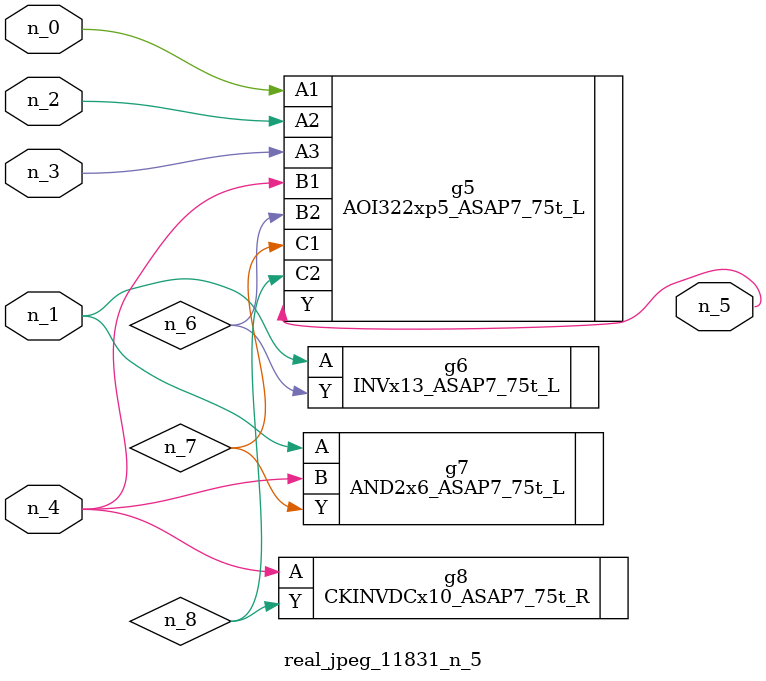
<source format=v>
module real_jpeg_11831_n_5 (n_4, n_0, n_1, n_2, n_3, n_5);

input n_4;
input n_0;
input n_1;
input n_2;
input n_3;

output n_5;

wire n_8;
wire n_6;
wire n_7;

AOI322xp5_ASAP7_75t_L g5 ( 
.A1(n_0),
.A2(n_2),
.A3(n_3),
.B1(n_4),
.B2(n_6),
.C1(n_7),
.C2(n_8),
.Y(n_5)
);

INVx13_ASAP7_75t_L g6 ( 
.A(n_1),
.Y(n_6)
);

AND2x6_ASAP7_75t_L g7 ( 
.A(n_1),
.B(n_4),
.Y(n_7)
);

CKINVDCx10_ASAP7_75t_R g8 ( 
.A(n_4),
.Y(n_8)
);


endmodule
</source>
